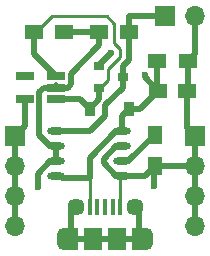
<source format=gbr>
G04 #@! TF.FileFunction,Copper,L1,Top,Signal*
%FSLAX46Y46*%
G04 Gerber Fmt 4.6, Leading zero omitted, Abs format (unit mm)*
G04 Created by KiCad (PCBNEW 4.0.7) date 07/05/18 14:51:19*
%MOMM*%
%LPD*%
G01*
G04 APERTURE LIST*
%ADD10C,0.100000*%
%ADD11R,1.500000X1.900000*%
%ADD12C,1.450000*%
%ADD13R,0.400000X1.350000*%
%ADD14O,1.200000X1.900000*%
%ADD15R,1.200000X1.900000*%
%ADD16R,1.560000X0.650000*%
%ADD17R,0.900000X0.800000*%
%ADD18R,1.500000X1.250000*%
%ADD19R,1.700000X1.700000*%
%ADD20O,1.700000X1.700000*%
%ADD21R,1.500000X1.300000*%
%ADD22R,1.300000X1.500000*%
%ADD23O,1.473200X0.609600*%
%ADD24R,0.900000X1.200000*%
%ADD25C,0.600000*%
%ADD26C,0.250000*%
%ADD27C,0.500000*%
G04 APERTURE END LIST*
D10*
D11*
X110220000Y-153512000D03*
D12*
X106720000Y-150812000D03*
D13*
X108570000Y-150812000D03*
X107920000Y-150812000D03*
X110520000Y-150812000D03*
X109870000Y-150812000D03*
X109220000Y-150812000D03*
D12*
X111720000Y-150812000D03*
D11*
X108220000Y-153512000D03*
D14*
X105720000Y-153512000D03*
X112720000Y-153512000D03*
D15*
X112120000Y-153512000D03*
X106320000Y-153512000D03*
D16*
X105109000Y-141666000D03*
X105109000Y-140716000D03*
X105109000Y-139766000D03*
X102409000Y-139766000D03*
X102409000Y-141666000D03*
D17*
X108728000Y-138877000D03*
X108728000Y-140777000D03*
X110728000Y-139827000D03*
D18*
X103245600Y-135991600D03*
X105745600Y-135991600D03*
X111232000Y-136017000D03*
X108732000Y-136017000D03*
D19*
X114300000Y-134620000D03*
D20*
X116840000Y-134620000D03*
D21*
X113585000Y-138430000D03*
X116285000Y-138430000D03*
D22*
X113411000Y-144700000D03*
X113411000Y-147400000D03*
D18*
X113685000Y-140970000D03*
X116185000Y-140970000D03*
D23*
X110617000Y-148209000D03*
X110617000Y-146939000D03*
X110617000Y-145669000D03*
X110617000Y-144399000D03*
X105029000Y-144399000D03*
X105029000Y-145669000D03*
X105029000Y-146939000D03*
X105029000Y-148209000D03*
D24*
X107951000Y-142494000D03*
X111251000Y-142494000D03*
D19*
X116840000Y-144780000D03*
D20*
X116840000Y-147320000D03*
X116840000Y-149860000D03*
X116840000Y-152400000D03*
D19*
X101600000Y-144780000D03*
D20*
X101600000Y-147320000D03*
X101600000Y-149860000D03*
X101600000Y-152400000D03*
D25*
X113385600Y-149047200D03*
X103530400Y-149148800D03*
X112572800Y-139649200D03*
X109728000Y-137769600D03*
D26*
X110520000Y-150812000D02*
X110520000Y-148306000D01*
X110520000Y-148306000D02*
X110617000Y-148209000D01*
D27*
X113385600Y-149047200D02*
X113385600Y-147425400D01*
X113385600Y-147425400D02*
X113411000Y-147400000D01*
X105029000Y-146939000D02*
X104597200Y-146939000D01*
X104597200Y-146939000D02*
X103530400Y-148005800D01*
X103530400Y-148005800D02*
X103530400Y-148208338D01*
X103530400Y-148208338D02*
X103530400Y-149148800D01*
X105109000Y-140716000D02*
X106074002Y-140716000D01*
X106074002Y-140716000D02*
X106339001Y-140451001D01*
X106339001Y-140451001D02*
X106339001Y-139534999D01*
X106339001Y-139534999D02*
X108732000Y-137142000D01*
X108732000Y-137142000D02*
X108732000Y-136017000D01*
X108732000Y-136017000D02*
X105771000Y-136017000D01*
X105771000Y-136017000D02*
X105745600Y-135991600D01*
X116185000Y-140970000D02*
X116185000Y-144125000D01*
X116185000Y-144125000D02*
X116840000Y-144780000D01*
X116285000Y-138430000D02*
X116285000Y-140870000D01*
X116285000Y-140870000D02*
X116185000Y-140970000D01*
X116840000Y-134620000D02*
X116840000Y-137875000D01*
X116840000Y-137875000D02*
X116285000Y-138430000D01*
X105029000Y-146939000D02*
X105029000Y-145669000D01*
X110185200Y-148209000D02*
X110617000Y-148209000D01*
X109093000Y-146761200D02*
X109093000Y-147116800D01*
X109093000Y-147116800D02*
X110185200Y-148209000D01*
X110185200Y-145669000D02*
X109093000Y-146761200D01*
X110617000Y-145669000D02*
X110185200Y-145669000D01*
X116840000Y-147320000D02*
X113491000Y-147320000D01*
X113491000Y-147320000D02*
X113411000Y-147400000D01*
X110617000Y-148209000D02*
X112602000Y-148209000D01*
X112602000Y-148209000D02*
X113411000Y-147400000D01*
X104013000Y-140716000D02*
X103639001Y-141089999D01*
X103639001Y-141089999D02*
X103639001Y-144710801D01*
X103639001Y-144710801D02*
X104597200Y-145669000D01*
X104597200Y-145669000D02*
X105029000Y-145669000D01*
X105109000Y-140716000D02*
X104013000Y-140716000D01*
X105109000Y-140716000D02*
X105109000Y-140541001D01*
X116840000Y-147320000D02*
X116840000Y-144780000D01*
X116840000Y-149860000D02*
X116840000Y-147320000D01*
X116840000Y-152400000D02*
X116840000Y-149860000D01*
X101600000Y-149860000D02*
X101600000Y-152400000D01*
X101600000Y-147320000D02*
X101600000Y-149860000D01*
X101600000Y-144780000D02*
X101600000Y-147320000D01*
X102409000Y-141666000D02*
X102409000Y-143971000D01*
X102409000Y-143971000D02*
X101600000Y-144780000D01*
X106320000Y-153512000D02*
X106320000Y-151212000D01*
X106320000Y-151212000D02*
X106720000Y-150812000D01*
X112120000Y-153512000D02*
X112120000Y-151212000D01*
X112120000Y-151212000D02*
X111720000Y-150812000D01*
X110220000Y-153512000D02*
X112120000Y-153512000D01*
X108220000Y-153512000D02*
X110220000Y-153512000D01*
X105720000Y-153512000D02*
X108220000Y-153512000D01*
D26*
X107920000Y-150812000D02*
X107920000Y-149887000D01*
X107920000Y-149887000D02*
X107920000Y-148336000D01*
D27*
X112572800Y-139649200D02*
X112572800Y-139857800D01*
X112572800Y-139857800D02*
X113685000Y-140970000D01*
X108728000Y-138877000D02*
X108728000Y-138769600D01*
X108728000Y-138769600D02*
X109728000Y-137769600D01*
X111251000Y-142494000D02*
X112161000Y-142494000D01*
X112161000Y-142494000D02*
X113685000Y-140970000D01*
X110617000Y-144399000D02*
X110617000Y-143128000D01*
X110617000Y-143128000D02*
X111251000Y-142494000D01*
X107920000Y-148336000D02*
X107920000Y-146664200D01*
X105029000Y-148209000D02*
X105460800Y-148209000D01*
X105460800Y-148209000D02*
X105587800Y-148336000D01*
X105587800Y-148336000D02*
X107920000Y-148336000D01*
X107920000Y-146664200D02*
X110185200Y-144399000D01*
X110185200Y-144399000D02*
X110617000Y-144399000D01*
X113585000Y-138430000D02*
X113585000Y-140870000D01*
X113585000Y-140870000D02*
X113685000Y-140970000D01*
D26*
X109345802Y-134670800D02*
X104691400Y-134670800D01*
X104691400Y-134670800D02*
X103370600Y-135991600D01*
X103370600Y-135991600D02*
X103245600Y-135991600D01*
X109982000Y-136906000D02*
X109982000Y-135306998D01*
X109982000Y-135306998D02*
X109345802Y-134670800D01*
X110490000Y-137414000D02*
X109982000Y-136906000D01*
X110490000Y-138125200D02*
X110490000Y-137414000D01*
X109503001Y-139112199D02*
X110490000Y-138125200D01*
X108728000Y-140777000D02*
X108778000Y-140777000D01*
X108778000Y-140777000D02*
X109503001Y-140051999D01*
X109503001Y-140051999D02*
X109503001Y-139112199D01*
D27*
X103245600Y-135991600D02*
X103245600Y-137902600D01*
X103245600Y-137902600D02*
X105109000Y-139766000D01*
X108728000Y-140777000D02*
X108728000Y-141717000D01*
X108728000Y-141717000D02*
X107951000Y-142494000D01*
X105109000Y-141666000D02*
X107123000Y-141666000D01*
X107123000Y-141666000D02*
X107951000Y-142494000D01*
X110728000Y-139827000D02*
X110728000Y-140727000D01*
X110728000Y-140727000D02*
X109220000Y-142235000D01*
X109220000Y-142235000D02*
X109220000Y-143085002D01*
X109220000Y-143085002D02*
X107906002Y-144399000D01*
X107906002Y-144399000D02*
X106265600Y-144399000D01*
X106265600Y-144399000D02*
X105029000Y-144399000D01*
X110728000Y-139827000D02*
X110728000Y-138927000D01*
X110728000Y-138927000D02*
X111232000Y-138423000D01*
X111232000Y-138423000D02*
X111232000Y-137704000D01*
X111232000Y-136017000D02*
X111232000Y-137704000D01*
X114300000Y-134620000D02*
X111252000Y-134620000D01*
X111232000Y-136017000D02*
X111232000Y-134892000D01*
X111232000Y-134892000D02*
X111252000Y-134872000D01*
X111252000Y-134872000D02*
X111252000Y-134620000D01*
X114062000Y-134382000D02*
X114300000Y-134620000D01*
X110617000Y-146939000D02*
X111172000Y-146939000D01*
X111172000Y-146939000D02*
X113411000Y-144700000D01*
M02*

</source>
